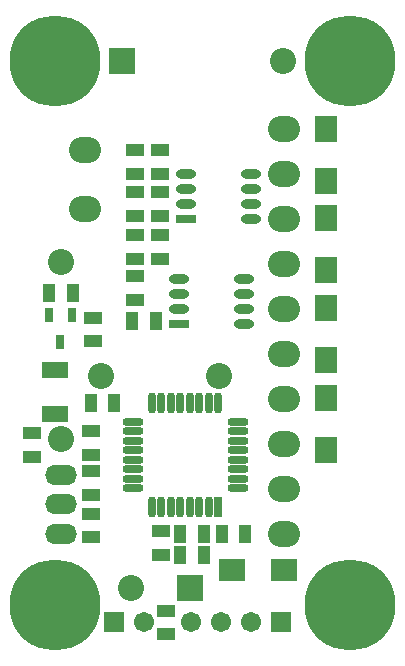
<source format=gbs>
G04 Layer_Color=16711935*
%FSAX43Y43*%
%MOMM*%
G71*
G01*
G75*
%ADD36C,7.703*%
%ADD37C,2.203*%
%ADD38R,2.203X2.203*%
%ADD39R,1.703X1.703*%
%ADD40C,1.703*%
%ADD41O,2.703X2.203*%
%ADD42O,2.703X1.703*%
%ADD43R,1.103X1.503*%
%ADD44R,1.723X0.803*%
%ADD45O,1.723X0.803*%
%ADD46R,1.503X1.103*%
%ADD47O,1.803X0.703*%
%ADD48O,0.703X1.803*%
%ADD49R,0.703X1.803*%
%ADD50R,2.203X1.883*%
%ADD51R,1.883X2.203*%
%ADD52R,0.803X1.303*%
%ADD53R,2.203X1.453*%
D36*
X0004000Y0050000D02*
D03*
X0029000D02*
D03*
Y0004000D02*
D03*
X0004000Y0004000D02*
D03*
D37*
X0007900Y0023400D02*
D03*
X0017900D02*
D03*
X0010400Y0005400D02*
D03*
X0023300Y0050000D02*
D03*
X0004500Y0018000D02*
D03*
Y0033000D02*
D03*
D38*
X0015400Y0005400D02*
D03*
X0009700Y0050000D02*
D03*
D39*
X0009000Y0002500D02*
D03*
X0023080D02*
D03*
D40*
X0011500D02*
D03*
X0020540D02*
D03*
X0015460D02*
D03*
X0018000D02*
D03*
D41*
X0023400Y0044290D02*
D03*
Y0040480D02*
D03*
Y0036670D02*
D03*
Y0032860D02*
D03*
Y0029050D02*
D03*
Y0025240D02*
D03*
Y0021430D02*
D03*
Y0017620D02*
D03*
Y0013810D02*
D03*
Y0010000D02*
D03*
X0006500Y0042500D02*
D03*
Y0037500D02*
D03*
D42*
X0004500Y0010000D02*
D03*
Y0012500D02*
D03*
Y0015000D02*
D03*
D43*
X0003500Y0030400D02*
D03*
X0005500D02*
D03*
X0012500Y0028000D02*
D03*
X0010500D02*
D03*
X0014600Y0008200D02*
D03*
X0016600D02*
D03*
X0007000Y0021100D02*
D03*
X0009000D02*
D03*
X0020100Y0010000D02*
D03*
X0018100D02*
D03*
X0016600D02*
D03*
X0014600D02*
D03*
D44*
X0015100Y0036660D02*
D03*
X0014500Y0027730D02*
D03*
D45*
X0015100Y0037930D02*
D03*
Y0039200D02*
D03*
Y0040470D02*
D03*
X0020600Y0036660D02*
D03*
Y0037930D02*
D03*
Y0039200D02*
D03*
Y0040470D02*
D03*
X0014500Y0029000D02*
D03*
Y0030270D02*
D03*
Y0031540D02*
D03*
X0020000Y0027730D02*
D03*
Y0029000D02*
D03*
Y0030270D02*
D03*
Y0031540D02*
D03*
D46*
X0012900Y0042500D02*
D03*
Y0040500D02*
D03*
X0010800Y0040500D02*
D03*
Y0042500D02*
D03*
X0012900Y0038900D02*
D03*
Y0036900D02*
D03*
X0010800D02*
D03*
Y0038900D02*
D03*
X0012900Y0035300D02*
D03*
Y0033300D02*
D03*
X0010800D02*
D03*
Y0035300D02*
D03*
Y0031800D02*
D03*
Y0029800D02*
D03*
X0002000Y0016500D02*
D03*
Y0018500D02*
D03*
X0013400Y0001500D02*
D03*
Y0003500D02*
D03*
X0007000Y0009700D02*
D03*
Y0011700D02*
D03*
Y0015300D02*
D03*
Y0013300D02*
D03*
X0007200Y0028300D02*
D03*
Y0026300D02*
D03*
X0007000Y0018700D02*
D03*
Y0016700D02*
D03*
X0013000Y0010200D02*
D03*
Y0008200D02*
D03*
D47*
X0019450Y0013875D02*
D03*
Y0014675D02*
D03*
Y0015475D02*
D03*
Y0016275D02*
D03*
Y0017075D02*
D03*
Y0017875D02*
D03*
Y0018675D02*
D03*
Y0019475D02*
D03*
X0010575Y0019475D02*
D03*
Y0018675D02*
D03*
Y0017875D02*
D03*
Y0017075D02*
D03*
Y0016275D02*
D03*
Y0015475D02*
D03*
Y0014675D02*
D03*
Y0013875D02*
D03*
D48*
X0017800Y0021100D02*
D03*
X0017000D02*
D03*
X0016200D02*
D03*
X0015400D02*
D03*
X0014600D02*
D03*
X0013800D02*
D03*
X0013000D02*
D03*
X0012200D02*
D03*
Y0012250D02*
D03*
X0013000D02*
D03*
X0013800D02*
D03*
X0014600D02*
D03*
X0015400D02*
D03*
X0016200D02*
D03*
X0017000D02*
D03*
D49*
X0017800D02*
D03*
D50*
X0023400Y0006900D02*
D03*
X0019000D02*
D03*
D51*
X0026900Y0021500D02*
D03*
Y0017100D02*
D03*
Y0029100D02*
D03*
Y0024700D02*
D03*
Y0036700D02*
D03*
Y0032300D02*
D03*
Y0039900D02*
D03*
Y0044300D02*
D03*
D52*
X0003500Y0028500D02*
D03*
X0005400D02*
D03*
X0004450Y0026200D02*
D03*
D53*
X0004000Y0020125D02*
D03*
Y0023875D02*
D03*
M02*

</source>
